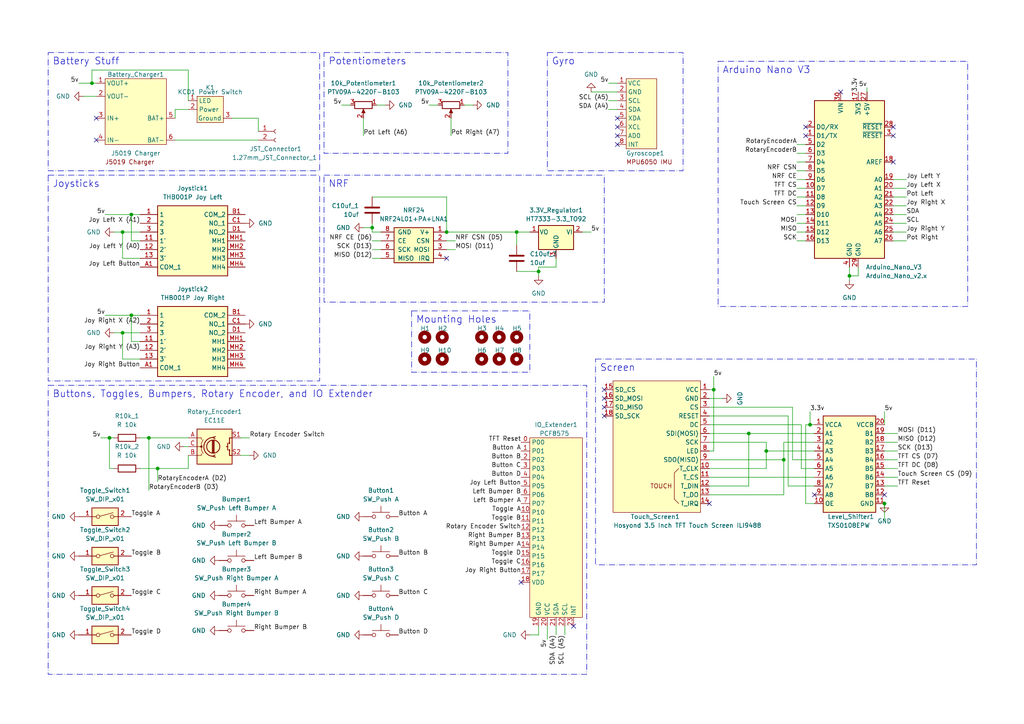
<source format=kicad_sch>
(kicad_sch (version 20230121) (generator eeschema)
  (paper "A4")
  (title_block (title "Arduino Nano Powered RC Transmitter") (company "Aecert Robotics ") (comment 1 "Gyroscope, 3.5 Inch Touchscreen, Rechargable Battery.") (comment 2 "2 Joysticks, 4 Buttons, 4 Bumpers, 4 Toggle Switches, Rotary Encoder, 2 Potentiometers,") (comment 3 "Features:"))
  (lib_symbols
    (symbol "Connector:Conn_01x02_Socket" (pin_names (offset 1.016) hide)
      (property "Reference" "J" (at 0 2.54 0))
      (property "Value" "Conn_01x02_Socket" (at 0 -5.08 0))
      (symbol "Conn_01x02_Socket_1_1"
        (arc (start 0 -2.032) (mid -0.5058 -2.54) (end 0 -3.048) (stroke (width 0.1524)))
        (polyline (pts (xy -1.27 -2.54) (xy -0.508 -2.54)) (stroke (width 0.1524)))
        (polyline (pts (xy -1.27 0) (xy -0.508 0)) (stroke (width 0.1524)))
        (arc (start 0 0.508) (mid -0.5058 0) (end 0 -0.508) (stroke (width 0.1524)))
        (pin passive line (at -5.08 0 0) (length 3.81) (name "Pin_1") (number "1"))
        (pin passive line (at -5.08 -2.54 0) (length 3.81) (name "Pin_2") (number "2"))
      )
    )
    (symbol "Connector_Generic:Conn_02x04_Counter_Clockwise" (pin_names (offset 1.016))
      (property "Reference" "N1" (at 4.445 8.89 0))
      (property "Value" "NRF24L01" (at 4.445 6.35 0))
      (symbol "Conn_02x04_Counter_Clockwise_1_1"
        (rectangle (start -1.27 3.81) (end 10.16 -6.35) (stroke (width 0.254)) (fill (type background)))
        (pin power_in line (at -5.08 2.54 0) (length 3.81) (name "V+") (number "1"))
        (pin input line (at -5.08 0 0) (length 3.81) (name "CSN") (number "2"))
        (pin input line (at -5.08 -2.54 0) (length 3.81) (name "MOSI") (number "3"))
        (pin input line (at -5.08 -5.08 0) (length 3.81) (name "IRQ") (number "4"))
        (pin input line (at 13.97 -5.08 180) (length 3.81) (name "MISO") (number "5"))
        (pin input line (at 13.97 -2.54 180) (length 3.81) (name "SCK") (number "6"))
        (pin input line (at 13.97 0 180) (length 3.81) (name "CE") (number "7"))
        (pin power_out line (at 13.97 2.54 180) (length 3.81) (name "GND") (number "8"))
      )
    )
    (symbol "Device:C" (pin_numbers hide) (pin_names (offset 0.254))
      (property "Reference" "C" (at 0.635 2.54 0))
      (property "Value" "C" (at 0.635 -2.54 0))
      (symbol "C_0_1"
        (polyline (pts (xy -2.032 -0.762) (xy 2.032 -0.762)) (stroke (width 0.508)))
        (polyline (pts (xy -2.032 0.762) (xy 2.032 0.762)) (stroke (width 0.508)))
      )
      (symbol "C_1_1"
        (pin passive line (at 0 3.81 270) (length 2.794) (name "~") (number "1"))
        (pin passive line (at 0 -3.81 90) (length 2.794) (name "~") (number "2"))
      )
    )
    (symbol "Device:R" (pin_numbers hide) (pin_names (offset 0))
      (property "Reference" "R" (at 2.032 0 90))
      (property "Value" "R" (at 0 0 90))
      (symbol "R_0_1"
        (rectangle (start -1.016 -2.54) (end 1.016 2.54) (stroke (width 0.254)))
      )
      (symbol "R_1_1"
        (pin passive line (at 0 3.81 270) (length 1.27) (name "~") (number "1"))
        (pin passive line (at 0 -3.81 90) (length 1.27) (name "~") (number "2"))
      )
    )
    (symbol "Device:R_Potentiometer" (pin_names (offset 1.016) hide)
      (property "Reference" "RV" (at -4.445 0 90))
      (property "Value" "R_Potentiometer" (at -2.54 0 90))
      (symbol "R_Potentiometer_0_1"
        (polyline (pts (xy 2.54 0) (xy 1.524 0)))
        (polyline (pts (xy 1.143 0) (xy 2.286 0.508) (xy 2.286 -0.508) (xy 1.143 0)) (fill (type outline)))
        (rectangle (start 1.016 2.54) (end -1.016 -2.54) (stroke (width 0.254)))
      )
      (symbol "R_Potentiometer_1_1"
        (pin passive line (at 0 3.81 270) (length 1.27) (name "1") (number "1"))
        (pin passive line (at 3.81 0 180) (length 1.27) (name "2") (number "2"))
        (pin passive line (at 0 -3.81 90) (length 1.27) (name "3") (number "3"))
      )
    )
    (symbol "Device:RotaryEncoder_Switch" (pin_names (offset 0.254) hide)
      (property "Reference" "SW" (at 0 6.604 0))
      (property "Value" "RotaryEncoder_Switch" (at 0 -6.604 0))
      (symbol "RotaryEncoder_Switch_0_1"
        (rectangle (start -5.08 5.08) (end 5.08 -5.08) (stroke (width 0.254)) (fill (type background)))
        (circle (center -3.81 0) (radius 0.254) (fill (type outline)))
        (circle (center -0.381 0) (radius 1.905) (stroke (width 0.254)))
        (arc (start -0.381 2.667) (mid -3.0988 -0.0635) (end -0.381 -2.794) (stroke (width 0.254)))
        (polyline (pts (xy -0.635 -1.778) (xy -0.635 1.778)) (stroke (width 0.254)))
        (polyline (pts (xy -0.381 -1.778) (xy -0.381 1.778)) (stroke (width 0.254)))
        (polyline (pts (xy -0.127 1.778) (xy -0.127 -1.778)) (stroke (width 0.254)))
        (polyline (pts (xy 3.81 0) (xy 3.429 0)) (stroke (width 0.254)))
        (polyline (pts (xy 3.81 1.016) (xy 3.81 -1.016)) (stroke (width 0.254)))
        (polyline (pts (xy -5.08 -2.54) (xy -3.81 -2.54) (xy -3.81 -2.032)))
        (polyline (pts (xy -5.08 2.54) (xy -3.81 2.54) (xy -3.81 2.032)))
        (polyline (pts (xy 0.254 -3.048) (xy -0.508 -2.794) (xy 0.127 -2.413)) (stroke (width 0.254)))
        (polyline (pts (xy 0.254 2.921) (xy -0.508 2.667) (xy 0.127 2.286)) (stroke (width 0.254)))
        (polyline (pts (xy 5.08 -2.54) (xy 4.318 -2.54) (xy 4.318 -1.016)) (stroke (width 0.254)))
        (polyline (pts (xy 5.08 2.54) (xy 4.318 2.54) (xy 4.318 1.016)) (stroke (width 0.254)))
        (polyline (pts (xy -5.08 0) (xy -3.81 0) (xy -3.81 -1.016) (xy -3.302 -2.032)))
        (polyline (pts (xy -4.318 0) (xy -3.81 0) (xy -3.81 1.016) (xy -3.302 2.032)))
        (circle (center 4.318 -1.016) (radius 0.127) (stroke (width 0.254)))
        (circle (center 4.318 1.016) (radius 0.127) (stroke (width 0.254)))
      )
      (symbol "RotaryEncoder_Switch_1_1"
        (pin passive line (at -7.62 2.54 0) (length 2.54) (name "A") (number "A"))
        (pin passive line (at -7.62 -2.54 0) (length 2.54) (name "B") (number "B"))
        (pin passive line (at -7.62 0 0) (length 2.54) (name "C") (number "C"))
        (pin passive line (at 7.62 2.54 180) (length 2.54) (name "S1") (number "S1"))
        (pin passive line (at 7.62 -2.54 180) (length 2.54) (name "S2") (number "S2"))
      )
    )
    (symbol "Logic_LevelTranslator:TXS0108EPW"
      (property "Reference" "U3" (at -7.62 -25.4 0))
      (property "Value" "Level Shifter TXS0108EPW" (at -7.62 -27.94 0))
      (symbol "TXS0108EPW_0_1"
        (rectangle (start -7.62 12.7) (end 7.62 -15.24) (stroke (width 0.254)) (fill (type background)))
      )
      (symbol "TXS0108EPW_1_1"
        (pin power_in line (at -10.16 10.16 0) (length 2.54) (name "VCCA") (number "1"))
        (pin input line (at -10.16 -12.7 0) (length 2.54) (name "OE") (number "10"))
        (pin power_in line (at 10.16 -12.7 180) (length 2.54) (name "GND") (number "11"))
        (pin bidirectional line (at 10.16 -10.16 180) (length 2.54) (name "B8") (number "12"))
        (pin bidirectional line (at 10.16 -7.62 180) (length 2.54) (name "B7") (number "13"))
        (pin bidirectional line (at 10.16 -5.08 180) (length 2.54) (name "B6") (number "14"))
        (pin bidirectional line (at 10.16 -2.54 180) (length 2.54) (name "B5") (number "15"))
        (pin bidirectional line (at 10.16 0 180) (length 2.54) (name "B4") (number "16"))
        (pin bidirectional line (at 10.16 2.54 180) (length 2.54) (name "B3") (number "17"))
        (pin bidirectional line (at 10.16 5.08 180) (length 2.54) (name "B2") (number "18"))
        (pin bidirectional line (at 10.16 7.62 180) (length 2.54) (name "B1") (number "19"))
        (pin bidirectional line (at -10.16 7.62 0) (length 2.54) (name "A1") (number "2"))
        (pin power_in line (at 10.16 10.16 180) (length 2.54) (name "VCCB") (number "20"))
        (pin bidirectional line (at -10.16 5.08 0) (length 2.54) (name "A2") (number "3"))
        (pin bidirectional line (at -10.16 2.54 0) (length 2.54) (name "A3") (number "4"))
        (pin bidirectional line (at -10.16 0 0) (length 2.54) (name "A4") (number "5"))
        (pin bidirectional line (at -10.16 -2.54 0) (length 2.54) (name "A5") (number "6"))
        (pin bidirectional line (at -10.16 -5.08 0) (length 2.54) (name "A6") (number "7"))
        (pin bidirectional line (at -10.16 -7.62 0) (length 2.54) (name "A7") (number "8"))
        (pin bidirectional line (at -10.16 -10.16 0) (length 2.54) (name "A8") (number "9"))
      )
    )
    (symbol "MCU_Module:Arduino_Nano_v2.x"
      (property "Reference" "A1" (at 4.7341 -25.4 0))
      (property "Value" "Arduino_Nano_v2.x" (at 4.7341 -27.94 0))
      (symbol "Arduino_Nano_v2.x_0_1"
        (rectangle (start -10.16 22.86) (end 10.16 -22.86) (stroke (width 0.254)) (fill (type background)))
      )
      (symbol "Arduino_Nano_v2.x_1_1"
        (pin bidirectional line (at -12.7 12.7 0) (length 2.54) (name "D1/TX") (number "1"))
        (pin bidirectional line (at -12.7 -2.54 0) (length 2.54) (name "D7") (number "10"))
        (pin bidirectional line (at -12.7 -5.08 0) (length 2.54) (name "D8") (number "11"))
        (pin bidirectional line (at -12.7 -7.62 0) (length 2.54) (name "D9") (number "12"))
        (pin bidirectional line (at -12.7 -10.16 0) (length 2.54) (name "D10") (number "13"))
        (pin bidirectional line (at -12.7 -12.7 0) (length 2.54) (name "D11") (number "14"))
        (pin bidirectional line (at -12.7 -15.24 0) (length 2.54) (name "D12") (number "15"))
        (pin bidirectional line (at -12.7 -17.78 0) (length 2.54) (name "D13") (number "16"))
        (pin power_out line (at 2.54 25.4 270) (length 2.54) (name "3V3") (number "17"))
        (pin input line (at 12.7 5.08 180) (length 2.54) (name "AREF") (number "18"))
        (pin bidirectional line (at 12.7 0 180) (length 2.54) (name "A0") (number "19"))
        (pin bidirectional line (at -12.7 15.24 0) (length 2.54) (name "D0/RX") (number "2"))
        (pin bidirectional line (at 12.7 -2.54 180) (length 2.54) (name "A1") (number "20"))
        (pin bidirectional line (at 12.7 -5.08 180) (length 2.54) (name "A2") (number "21"))
        (pin bidirectional line (at 12.7 -7.62 180) (length 2.54) (name "A3") (number "22"))
        (pin bidirectional line (at 12.7 -10.16 180) (length 2.54) (name "A4") (number "23"))
        (pin bidirectional line (at 12.7 -12.7 180) (length 2.54) (name "A5") (number "24"))
        (pin bidirectional line (at 12.7 -15.24 180) (length 2.54) (name "A6") (number "25"))
        (pin bidirectional line (at 12.7 -17.78 180) (length 2.54) (name "A7") (number "26"))
        (pin power_in line (at 5.08 25.4 270) (length 2.54) (name "+5V") (number "27"))
        (pin input line (at 12.7 15.24 180) (length 2.54) (name "~{RESET}") (number "28"))
        (pin power_in line (at 2.54 -25.4 90) (length 2.54) (name "GND") (number "29"))
        (pin input line (at 12.7 12.7 180) (length 2.54) (name "~{RESET}") (number "3"))
        (pin power_in line (at -2.54 25.4 270) (length 2.54) (name "VIN") (number "30"))
        (pin power_in line (at 0 -25.4 90) (length 2.54) (name "GND") (number "4"))
        (pin bidirectional line (at -12.7 10.16 0) (length 2.54) (name "D2") (number "5"))
        (pin bidirectional line (at -12.7 7.62 0) (length 2.54) (name "D3") (number "6"))
        (pin bidirectional line (at -12.7 5.08 0) (length 2.54) (name "D4") (number "7"))
        (pin bidirectional line (at -12.7 2.54 0) (length 2.54) (name "D5") (number "8"))
        (pin bidirectional line (at -12.7 0 0) (length 2.54) (name "D6") (number "9"))
      )
    )
    (symbol "Mechanical:MountingHole" (pin_names (offset 1.016))
      (property "Reference" "H" (at 0 5.08 0))
      (property "Value" "MountingHole" (at 0 3.175 0))
      (symbol "MountingHole_0_1"
        (circle (center 0 0) (radius 1.27) (stroke (width 1.27)))
      )
    )
    (symbol "Modules:2.8inch_SPI_Module_ILI9341"
      (property "Reference" "ILI9488_1" (at -7.62 -20.32 0))
      (property "Value" "Screen ILI9488" (at 0 0 0))
      (symbol "2.8inch_SPI_Module_ILI9341_1_1"
        (rectangle (start -7.62 20.32) (end 17.78 -17.78) (fill (type background)))
        (polyline (pts (xy 11.43 -15.24) (xy 10.16 -13.97) (xy 10.16 -6.35) (xy 11.43 -5.08)))
        (text "TOUCH" (at 6.35 -10.16 0) (effects (font (size 1.27 1.27))))
        (pin power_in line (at 20.32 17.78 180) (length 2.54) (name "VCC") (number "1"))
        (pin input line (at 20.32 -5.08 180) (length 2.54) (name "T_CLK") (number "10"))
        (pin input line (at 20.32 -7.62 180) (length 2.54) (name "T_CS") (number "11"))
        (pin input line (at 20.32 -10.16 180) (length 2.54) (name "T_DIN") (number "12"))
        (pin input line (at 20.32 -12.7 180) (length 2.54) (name "T_DO") (number "13"))
        (pin input line (at 20.32 -15.24 180) (length 2.54) (name "T_IRQ") (number "14"))
        (pin output line (at -10.16 17.78 0) (length 2.54) (name "SD_CS") (number "15"))
        (pin output line (at -10.16 15.24 0) (length 2.54) (name "SD_MOSI") (number "16"))
        (pin output line (at -10.16 12.7 0) (length 2.54) (name "SD_MISO") (number "17"))
        (pin output line (at -10.16 10.16 0) (length 2.54) (name "SD_SCK") (number "18"))
        (pin power_in line (at 20.32 15.24 180) (length 2.54) (name "GND") (number "2"))
        (pin input line (at 20.32 12.7 180) (length 2.54) (name "CS") (number "3"))
        (pin input line (at 20.32 10.16 180) (length 2.54) (name "RESET") (number "4"))
        (pin input line (at 20.32 7.62 180) (length 2.54) (name "DC") (number "5"))
        (pin input line (at 20.32 5.08 180) (length 2.54) (name "SDI(MOSI)") (number "6"))
        (pin input line (at 20.32 2.54 180) (length 2.54) (name "SCK") (number "7"))
        (pin input line (at 20.32 0 180) (length 2.54) (name "LED") (number "8"))
        (pin input line (at 20.32 -2.54 180) (length 2.54) (name "SDO(MISO)") (number "9"))
      )
    )
    (symbol "Modules:J5019_Charger"
      (property "Reference" "J1" (at -10.16 1.27 0))
      (property "Value" "~" (at 0 0 0))
      (symbol "J5019_Charger_1_1"
        (rectangle (start -11.43 22.86) (end 6.35 3.81) (fill (type background)))
        (text "J5019 Charger" (at -11.43 -1.27 0) (effects (font (size 1.27 1.27)) (justify left)))
        (pin power_out line (at -13.97 21.59 0) (length 2.54) (name "VOUT+") (number "1"))
        (pin power_out line (at -13.97 17.78 0) (length 2.54) (name "VOUT-") (number "2"))
        (pin power_in line (at -13.97 11.43 0) (length 2.54) (name "IN+") (number "3"))
        (pin power_in line (at -13.97 5.08 0) (length 2.54) (name "IN-") (number "4"))
        (pin power_in line (at 8.89 11.43 180) (length 2.54) (name "BAT+") (number "5"))
        (pin power_in line (at 8.89 5.08 180) (length 2.54) (name "BAT-") (number "6"))
      )
    )
    (symbol "Modules:KCD1_3_Pin_Toggle_Switch"
      (property "Reference" "K" (at 1.27 3.81 0))
      (symbol "KCD1_3_Pin_Toggle_Switch_1_1"
        (rectangle (start -2.54 2.54) (end 5.08 -5.08) (fill (type background)))
        (pin bidirectional line (at -5.08 1.27 0) (length 2.54) (name "LED") (number "1"))
        (pin power_in line (at -5.08 -1.27 0) (length 2.54) (name "Power") (number "2"))
        (pin power_in line (at 7.62 -3.81 180) (length 2.54) (name "Ground") (number "3"))
      )
    )
    (symbol "Modules:MPU6050_IMU"
      (property "Reference" "G1" (at -3.81 -10.16 0))
      (property "Value" "~" (at 0 0 0))
      (symbol "MPU6050_IMU_1_1"
        (rectangle (start -3.81 11.43) (end 5.08 -8.89) (fill (type background)))
        (text "MPU6050 IMU" (at -3.81 -12.7 0) (effects (font (size 1.27 1.27)) (justify left)))
        (pin power_in line (at -6.35 10.16 0) (length 2.54) (name "VCC") (number "1"))
        (pin power_in line (at -6.35 7.62 0) (length 2.54) (name "GND") (number "2"))
        (pin output line (at -6.35 5.08 0) (length 2.54) (name "SCL") (number "3"))
        (pin output line (at -6.35 2.54 0) (length 2.54) (name "SDA") (number "4"))
        (pin input line (at -6.35 0 0) (length 2.54) (name "XDA") (number "5"))
        (pin input line (at -6.35 -2.54 0) (length 2.54) (name "XCL") (number "6"))
        (pin input line (at -6.35 -5.08 0) (length 2.54) (name "AD0") (number "7"))
        (pin input line (at -6.35 -7.62 0) (length 2.54) (name "INT") (number "8"))
      )
    )
    (symbol "Modules:PCF8575_BO"
      (property "Reference" "P1" (at 0 34.29 0))
      (property "Value" "PCF8575 " (at 0 31.75 0))
      (symbol "PCF8575_BO_1_1"
        (rectangle (start -7.62 30.48) (end 7.62 -21.59) (fill (type background)))
        (pin bidirectional line (at -10.16 29.21 0) (length 2.54) (name "P00") (number "0"))
        (pin bidirectional line (at -10.16 26.67 0) (length 2.54) (name "P01") (number "1"))
        (pin bidirectional line (at -10.16 8.89 0) (length 2.54) (name "P10") (number "10"))
        (pin bidirectional line (at -10.16 6.35 0) (length 2.54) (name "P11") (number "11"))
        (pin bidirectional line (at -10.16 3.81 0) (length 2.54) (name "P12") (number "12"))
        (pin bidirectional line (at -10.16 1.27 0) (length 2.54) (name "P13") (number "13"))
        (pin bidirectional line (at -10.16 -1.27 0) (length 2.54) (name "P14") (number "14"))
        (pin bidirectional line (at -10.16 -3.81 0) (length 2.54) (name "P15") (number "15"))
        (pin bidirectional line (at -10.16 -6.35 0) (length 2.54) (name "P16") (number "16"))
        (pin bidirectional line (at -10.16 -8.89 0) (length 2.54) (name "P17") (number "17"))
        (pin power_out line (at -10.16 -11.43 0) (length 2.54) (name "VDD") (number "18"))
        (pin power_out line (at -5.08 -24.13 90) (length 2.54) (name "GND") (number "19"))
        (pin bidirectional line (at -10.16 24.13 0) (length 2.54) (name "P02") (number "2"))
        (pin power_in line (at -2.54 -24.13 90) (length 2.54) (name "VCC") (number "20"))
        (pin bidirectional line (at 0 -24.13 90) (length 2.54) (name "SDA") (number "21"))
        (pin bidirectional line (at 2.54 -24.13 90) (length 2.54) (name "SCL") (number "22"))
        (pin bidirectional line (at 5.08 -24.13 90) (length 2.54) (name "INT") (number "23"))
        (pin bidirectional line (at -10.16 21.59 0) (length 2.54) (name "P03") (number "3"))
        (pin bidirectional line (at -10.16 19.05 0) (length 2.54) (name "P04") (number "4"))
        (pin bidirectional line (at -10.16 16.51 0) (length 2.54) (name "P05") (number "5"))
        (pin bidirectional line (at -10.16 13.97 0) (length 2.54) (name "P06") (number "6"))
        (pin bidirectional line (at -10.16 11.43 0) (length 2.54) (name "P07") (number "7"))
      )
    )
    (symbol "Regulator_Linear:LM2936-3.3_TO92" (pin_names (offset 0.254))
      (property "Reference" "HT7333-A_1" (at 0 6.35 0))
      (property "Value" "HT7333-3.3_TO92" (at 0 3.81 0))
      (symbol "LM2936-3.3_TO92_0_1"
        (rectangle (start -5.08 -5.08) (end 5.08 1.905) (stroke (width 0.254)) (fill (type background)))
      )
      (symbol "LM2936-3.3_TO92_1_1"
        (pin power_out line (at 7.62 0 180) (length 2.54) (name "VO") (number "1"))
        (pin power_in line (at -7.62 0 0) (length 2.54) (name "VI") (number "2"))
        (pin power_in line (at 0 -7.62 90) (length 2.54) (name "GND") (number "3"))
      )
    )
    (symbol "Switch:SW_DIP_x01" (pin_names (offset 0) hide)
      (property "Reference" "SW" (at 0 3.81 0))
      (property "Value" "SW_DIP_x01" (at 0 -3.81 0))
      (symbol "SW_DIP_x01_0_0"
        (circle (center -2.032 0) (radius 0.508))
        (polyline (pts (xy -1.524 0.127) (xy 2.3622 1.1684)))
        (circle (center 2.032 0) (radius 0.508))
      )
      (symbol "SW_DIP_x01_0_1"
        (rectangle (start -3.81 2.54) (end 3.81 -2.54) (stroke (width 0.254)) (fill (type background)))
      )
      (symbol "SW_DIP_x01_1_1"
        (pin passive line (at -7.62 0 0) (length 5.08) (name "~") (number "1"))
        (pin passive line (at 7.62 0 180) (length 5.08) (name "~") (number "2"))
      )
    )
    (symbol "Switch:SW_Push" (pin_numbers hide) (pin_names (offset 1.016) hide)
      (property "Reference" "SW" (at 1.27 2.54 0))
      (property "Value" "SW_Push" (at 0 -1.524 0))
      (symbol "SW_Push_0_1"
        (circle (center -2.032 0) (radius 0.508))
        (polyline (pts (xy 0 1.27) (xy 0 3.048)))
        (polyline (pts (xy 2.54 1.27) (xy -2.54 1.27)))
        (circle (center 2.032 0) (radius 0.508))
        (pin passive line (at -5.08 0 0) (length 2.54) (name "1") (number "1"))
        (pin passive line (at 5.08 0 180) (length 2.54) (name "2") (number "2"))
      )
    )
    (symbol "THB001P:THB001P"
      (property "Reference" "S" (at 26.67 7.62 0))
      (property "Value" "THB001P" (at 26.67 5.08 0))
      (symbol "THB001P_1_1"
        (rectangle (start 5.08 2.54) (end 25.4 -17.78) (stroke (width 0.254)) (fill (type background)))
        (pin passive line (at 0 0 0) (length 5.08) (name "1") (number "1"))
        (pin passive line (at 0 -7.62 0) (length 5.08) (name "1'") (number "11"))
        (pin passive line (at 0 -10.16 0) (length 5.08) (name "2'") (number "12"))
        (pin passive line (at 0 -12.7 0) (length 5.08) (name "3'") (number "13"))
        (pin passive line (at 0 -2.54 0) (length 5.08) (name "2") (number "2"))
        (pin passive line (at 0 -5.08 0) (length 5.08) (name "3") (number "3"))
        (pin passive line (at 0 -15.24 0) (length 5.08) (name "COM_1") (number "A1"))
        (pin passive line (at 30.48 0 180) (length 5.08) (name "COM_2") (number "B1"))
        (pin passive line (at 30.48 -2.54 180) (length 5.08) (name "NO_1") (number "C1"))
        (pin passive line (at 30.48 -5.08 180) (length 5.08) (name "NO_2") (number "D1"))
        (pin passive line (at 30.48 -7.62 180) (length 5.08) (name "MH1") (number "MH1"))
        (pin passive line (at 30.48 -10.16 180) (length 5.08) (name "MH2") (number "MH2"))
        (pin passive line (at 30.48 -12.7 180) (length 5.08) (name "MH3") (number "MH3"))
        (pin passive line (at 30.48 -15.24 180) (length 5.08) (name "MH4") (number "MH4"))
      )
    )
    (symbol "power:GND" (power) (pin_names (offset 0))
      (property "Value" "GND" (at 0 -3.81 0))
      (symbol "GND_0_1"
        (polyline (pts (xy 0 0) (xy 0 -1.27) (xy 1.27 -1.27) (xy 0 -2.54) (xy -1.27 -1.27) (xy 0 -1.27)))
      )
      (symbol "GND_1_1"
        (pin power_in line (at 0 0 270) (length 0) hide (name "GND") (number "1"))
      )
    )
  )
  (junction (at 222.25 130.81))
  (junction (at 149.86 67.31))
  (junction (at 31.75 127))
  (junction (at 35.56 67.31))
  (junction (at 256.54 146.05))
  (junction (at 246.38 80.01))
  (junction (at 207.01 113.03))
  (junction (at 45.72 135.89))
  (junction (at 156.21 78.74))
  (junction (at 38.1 62.23))
  (junction (at 217.17 125.73))
  (junction (at 26.67 24.13))
  (junction (at 43.18 127))
  (junction (at 107.95 66.04))
  (junction (at 129.54 67.31))
  (junction (at 35.56 96.52))
  (junction (at 227.33 133.35))
  (junction (at 234.95 123.19))
  (junction (at 38.1 91.44))
  (no_connect (at 27.94 34.29))
  (no_connect (at 256.54 143.51))
  (no_connect (at 151.13 168.91))
  (no_connect (at 27.94 40.64))
  (no_connect (at 259.08 39.37))
  (no_connect (at 179.07 34.29))
  (no_connect (at 233.68 36.83))
  (no_connect (at 243.84 26.67))
  (no_connect (at 233.68 39.37))
  (no_connect (at 205.74 146.05))
  (no_connect (at 259.08 46.99))
  (no_connect (at 179.07 39.37))
  (no_connect (at 179.07 41.91))
  (no_connect (at 259.08 36.83))
  (no_connect (at 166.37 181.61))
  (no_connect (at 175.26 113.03))
  (no_connect (at 175.26 115.57))
  (no_connect (at 236.22 143.51))
  (no_connect (at 129.54 74.93))
  (no_connect (at 175.26 120.65))
  (no_connect (at 175.26 118.11))
  (no_connect (at 179.07 36.83))
  (wire (pts (xy 231.14 64.77) (xy 233.68 64.77)))
  (wire (pts (xy 246.38 80.01) (xy 248.92 80.01)))
  (wire (pts (xy 54.61 31.75) (xy 50.8 31.75)))
  (wire (pts (xy 99.06 30.48) (xy 101.6 30.48)))
  (wire (pts (xy 38.1 91.44) (xy 38.1 99.06)))
  (wire (pts (xy 207.01 109.22) (xy 207.01 113.03)))
  (wire (pts (xy 227.33 128.27) (xy 236.22 128.27)))
  (wire (pts (xy 40.64 74.93) (xy 35.56 74.93)))
  (wire (pts (xy 129.54 67.31) (xy 149.86 67.31)))
  (wire (pts (xy 107.95 66.04) (xy 105.41 66.04)))
  (wire (pts (xy 67.31 34.29) (xy 74.93 34.29)))
  (wire (pts (xy 171.45 26.67) (xy 179.07 26.67)))
  (wire (pts (xy 156.21 78.74) (xy 156.21 77.47)))
  (wire (pts (xy 137.16 30.48) (xy 134.62 30.48)))
  (wire (pts (xy 107.95 64.77) (xy 107.95 66.04)))
  (wire (pts (xy 231.14 54.61) (xy 233.68 54.61)))
  (wire (pts (xy 231.14 59.69) (xy 233.68 59.69)))
  (wire (pts (xy 110.49 67.31) (xy 107.95 67.31)))
  (wire (pts (xy 30.48 62.23) (xy 38.1 62.23)))
  (wire (pts (xy 40.64 127) (xy 43.18 127)))
  (wire (pts (xy 74.93 40.64) (xy 50.8 40.64)))
  (wire (pts (xy 231.14 41.91) (xy 233.68 41.91)))
  (wire (pts (xy 248.92 77.47) (xy 248.92 80.01)))
  (wire (pts (xy 163.83 181.61) (xy 163.83 184.15)))
  (wire (pts (xy 27.94 27.94) (xy 24.13 27.94)))
  (wire (pts (xy 231.14 57.15) (xy 233.68 57.15)))
  (wire (pts (xy 40.64 99.06) (xy 38.1 99.06)))
  (wire (pts (xy 69.85 132.08) (xy 72.39 132.08)))
  (wire (pts (xy 260.35 133.35) (xy 256.54 133.35)))
  (wire (pts (xy 161.29 77.47) (xy 161.29 74.93)))
  (wire (pts (xy 29.21 127) (xy 31.75 127)))
  (wire (pts (xy 205.74 143.51) (xy 227.33 143.51)))
  (wire (pts (xy 262.89 69.85) (xy 259.08 69.85)))
  (wire (pts (xy 233.68 123.19) (xy 234.95 123.19)))
  (wire (pts (xy 38.1 91.44) (xy 40.64 91.44)))
  (wire (pts (xy 209.55 115.57) (xy 205.74 115.57)))
  (wire (pts (xy 229.87 118.11) (xy 205.74 118.11)))
  (wire (pts (xy 40.64 104.14) (xy 35.56 104.14)))
  (wire (pts (xy 234.95 119.38) (xy 234.95 123.19)))
  (wire (pts (xy 262.89 52.07) (xy 259.08 52.07)))
  (wire (pts (xy 232.41 135.89) (xy 236.22 135.89)))
  (wire (pts (xy 38.1 62.23) (xy 40.64 62.23)))
  (wire (pts (xy 205.74 138.43) (xy 236.22 138.43)))
  (wire (pts (xy 222.25 130.81) (xy 236.22 130.81)))
  (wire (pts (xy 227.33 133.35) (xy 227.33 128.27)))
  (wire (pts (xy 40.64 69.85) (xy 38.1 69.85)))
  (wire (pts (xy 234.95 123.19) (xy 236.22 123.19)))
  (wire (pts (xy 246.38 81.28) (xy 246.38 80.01)))
  (wire (pts (xy 231.14 69.85) (xy 233.68 69.85)))
  (wire (pts (xy 231.14 62.23) (xy 233.68 62.23)))
  (wire (pts (xy 176.53 31.75) (xy 179.07 31.75)))
  (wire (pts (xy 38.1 62.23) (xy 38.1 69.85)))
  (wire (pts (xy 43.18 142.24) (xy 43.18 127)))
  (wire (pts (xy 262.89 67.31) (xy 259.08 67.31)))
  (wire (pts (xy 231.14 52.07) (xy 233.68 52.07)))
  (wire (pts (xy 262.89 54.61) (xy 259.08 54.61)))
  (wire (pts (xy 176.53 29.21) (xy 179.07 29.21)))
  (wire (pts (xy 260.35 138.43) (xy 256.54 138.43)))
  (wire (pts (xy 35.56 67.31) (xy 40.64 67.31)))
  (wire (pts (xy 207.01 113.03) (xy 207.01 130.81)))
  (wire (pts (xy 205.74 135.89) (xy 222.25 135.89)))
  (wire (pts (xy 260.35 128.27) (xy 256.54 128.27)))
  (wire (pts (xy 22.86 24.13) (xy 26.67 24.13)))
  (wire (pts (xy 222.25 135.89) (xy 222.25 130.81)))
  (wire (pts (xy 256.54 119.38) (xy 256.54 123.19)))
  (wire (pts (xy 262.89 62.23) (xy 259.08 62.23)))
  (wire (pts (xy 124.46 30.48) (xy 127 30.48)))
  (wire (pts (xy 33.02 67.31) (xy 35.56 67.31)))
  (wire (pts (xy 158.75 181.61) (xy 158.75 185.42)))
  (wire (pts (xy 260.35 135.89) (xy 256.54 135.89)))
  (wire (pts (xy 30.48 91.44) (xy 38.1 91.44)))
  (wire (pts (xy 205.74 133.35) (xy 227.33 133.35)))
  (wire (pts (xy 176.53 24.13) (xy 179.07 24.13)))
  (wire (pts (xy 35.56 67.31) (xy 35.56 74.93)))
  (wire (pts (xy 229.87 133.35) (xy 229.87 118.11)))
  (wire (pts (xy 256.54 146.05) (xy 256.54 151.13)))
  (wire (pts (xy 149.86 67.31) (xy 149.86 71.12)))
  (wire (pts (xy 43.18 127) (xy 54.61 127)))
  (wire (pts (xy 26.67 24.13) (xy 27.94 24.13)))
  (wire (pts (xy 231.14 49.53) (xy 233.68 49.53)))
  (wire (pts (xy 53.34 129.54) (xy 54.61 129.54)))
  (wire (pts (xy 35.56 96.52) (xy 35.56 104.14)))
  (wire (pts (xy 231.14 44.45) (xy 233.68 44.45)))
  (wire (pts (xy 156.21 184.15) (xy 156.21 181.61)))
  (wire (pts (xy 26.67 20.32) (xy 26.67 24.13)))
  (wire (pts (xy 105.41 39.37) (xy 105.41 34.29)))
  (wire (pts (xy 161.29 181.61) (xy 161.29 184.15)))
  (wire (pts (xy 228.6 140.97) (xy 236.22 140.97)))
  (wire (pts (xy 45.72 135.89) (xy 45.72 139.7)))
  (wire (pts (xy 35.56 96.52) (xy 40.64 96.52)))
  (wire (pts (xy 205.74 140.97) (xy 217.17 140.97)))
  (wire (pts (xy 132.08 69.85) (xy 129.54 69.85)))
  (wire (pts (xy 72.39 127) (xy 69.85 127)))
  (wire (pts (xy 107.95 72.39) (xy 110.49 72.39)))
  (wire (pts (xy 50.8 31.75) (xy 50.8 34.29)))
  (wire (pts (xy 207.01 130.81) (xy 205.74 130.81)))
  (wire (pts (xy 33.02 96.52) (xy 35.56 96.52)))
  (wire (pts (xy 262.89 59.69) (xy 259.08 59.69)))
  (wire (pts (xy 171.45 67.31) (xy 168.91 67.31)))
  (wire (pts (xy 161.29 77.47) (xy 156.21 77.47)))
  (wire (pts (xy 260.35 130.81) (xy 256.54 130.81)))
  (wire (pts (xy 262.89 57.15) (xy 259.08 57.15)))
  (wire (pts (xy 54.61 29.21) (xy 54.61 20.32)))
  (wire (pts (xy 130.81 39.37) (xy 130.81 34.29)))
  (wire (pts (xy 45.72 135.89) (xy 54.61 135.89)))
  (wire (pts (xy 236.22 146.05) (xy 233.68 146.05)))
  (wire (pts (xy 54.61 132.08) (xy 54.61 135.89)))
  (wire (pts (xy 233.68 146.05) (xy 233.68 123.19)))
  (wire (pts (xy 54.61 20.32) (xy 26.67 20.32)))
  (wire (pts (xy 129.54 57.15) (xy 107.95 57.15)))
  (wire (pts (xy 205.74 128.27) (xy 222.25 128.27)))
  (wire (pts (xy 31.75 135.89) (xy 33.02 135.89)))
  (wire (pts (xy 217.17 125.73) (xy 205.74 125.73)))
  (wire (pts (xy 132.08 72.39) (xy 129.54 72.39)))
  (wire (pts (xy 222.25 128.27) (xy 222.25 130.81)))
  (wire (pts (xy 153.67 67.31) (xy 149.86 67.31)))
  (wire (pts (xy 232.41 123.19) (xy 232.41 135.89)))
  (wire (pts (xy 231.14 46.99) (xy 233.68 46.99)))
  (wire (pts (xy 107.95 74.93) (xy 110.49 74.93)))
  (wire (pts (xy 236.22 133.35) (xy 229.87 133.35)))
  (wire (pts (xy 231.14 67.31) (xy 233.68 67.31)))
  (wire (pts (xy 107.95 66.04) (xy 107.95 67.31)))
  (wire (pts (xy 205.74 123.19) (xy 232.41 123.19)))
  (wire (pts (xy 227.33 143.51) (xy 227.33 133.35)))
  (wire (pts (xy 74.93 34.29) (xy 74.93 38.1)))
  (wire (pts (xy 40.64 135.89) (xy 45.72 135.89)))
  (wire (pts (xy 228.6 120.65) (xy 228.6 140.97)))
  (wire (pts (xy 149.86 78.74) (xy 156.21 78.74)))
  (wire (pts (xy 205.74 120.65) (xy 228.6 120.65)))
  (wire (pts (xy 205.74 113.03) (xy 207.01 113.03)))
  (wire (pts (xy 262.89 64.77) (xy 259.08 64.77)))
  (wire (pts (xy 260.35 140.97) (xy 256.54 140.97)))
  (wire (pts (xy 153.67 184.15) (xy 156.21 184.15)))
  (wire (pts (xy 246.38 80.01) (xy 246.38 77.47)))
  (wire (pts (xy 251.46 25.4) (xy 251.46 26.67)))
  (wire (pts (xy 31.75 127) (xy 33.02 127)))
  (wire (pts (xy 260.35 125.73) (xy 256.54 125.73)))
  (wire (pts (xy 31.75 135.89) (xy 31.75 127)))
  (wire (pts (xy 111.76 30.48) (xy 109.22 30.48)))
  (wire (pts (xy 156.21 80.01) (xy 156.21 78.74)))
  (wire (pts (xy 129.54 57.15) (xy 129.54 67.31)))
  (wire (pts (xy 107.95 69.85) (xy 110.49 69.85)))
  (wire (pts (xy 236.22 125.73) (xy 217.17 125.73)))
  (wire (pts (xy 217.17 140.97) (xy 217.17 125.73)))
  (rectangle (start 13.97 50.8) (end 92.71 110.49) (stroke (width 0) (type dash_dot)))
  (rectangle (start 158.75 15.24) (end 198.12 49.53) (stroke (width 0) (type dash_dot)))
  (rectangle (start 119.38 90.17) (end 153.67 107.95) (stroke (width 0) (type dash_dot)))
  (rectangle (start 93.98 50.8) (end 175.26 87.63) (stroke (width 0) (type dash_dot)))
  (rectangle (start 13.97 15.24) (end 92.71 49.53) (stroke (width 0) (type dash_dot)))
  (rectangle (start 93.98 15.24) (end 147.32 44.45) (stroke (width 0) (type dash_dot)))
  (rectangle (start 13.97 111.76) (end 170.18 195.58) (stroke (width 0) (type dash_dot)))
  (rectangle (start 172.72 104.14) (end 283.21 163.83) (stroke (width 0) (type dash_dot)))
  (rectangle (start 208.28 17.78) (end 280.67 88.9) (stroke (width 0) (type dash_dot)))
  (text "Screen" (at 173.99 107.95 0) (effects (font (size 2 2)) (justify left bottom)))
  (text "NRF\n" (at 95.25 54.61 0) (effects (font (size 2 2)) (justify left bottom)))
  (text "Buttons, Toggles, Bumpers, Rotary Encoder, and IO Extender\n" (at 15.24 115.57 0) (effects (font (size 2 2)) (justify left bottom)))
  (text "Gyro" (at 160.02 19.05 0) (effects (font (size 2 2)) (justify left bottom)))
  (text "Potentiometers" (at 95.25 19.05 0) (effects (font (size 2 2)) (justify left bottom)))
  (text "Mounting Holes" (at 120.65 93.98 0) (effects (font (size 2 2)) (justify left bottom)))
  (text "Battery Stuff" (at 15.24 19.05 0) (effects (font (size 2 2)) (justify left bottom)))
  (text "Joysticks" (at 15.24 54.61 0) (effects (font (size 2 2)) (justify left bottom)))
  (text "Arduino Nano V3" (at 209.55 21.59 0) (effects (font (size 2 2)) (justify left bottom)))
  (label "RotaryEncoderA" (at 231.14 41.91 180))
  (label "Joy Left Y (A0)" (at 40.64 72.39 180))
  (label "TFT Reset" (at 260.35 140.97 0))
  (label "5v" (at 30.48 91.44 180))
  (label "Toggle D" (at 38.1 184.15 0))
  (label "MISO" (at 231.14 67.31 180))
  (label "3.3v" (at 234.95 119.38 0))
  (label "5v" (at 22.86 24.13 180))
  (label "SCL (A5)" (at 176.53 29.21 180))
  (label "TFT CS (D7)" (at 260.35 133.35 0))
  (label "Button D" (at 115.57 184.15 0))
  (label "SDA (A4)" (at 176.53 31.75 180))
  (label "Joy Left Button" (at 151.13 140.97 180))
  (label "NRF CSN" (at 231.14 49.53 180))
  (label "Button A" (at 115.57 149.86 0))
  (label "Button C" (at 151.13 135.89 180))
  (label "Touch Screen CS" (at 231.14 59.69 180))
  (label "Joy Right Y" (at 262.89 67.31 0))
  (label "RotaryEncoderA (D2)" (at 45.72 139.7 0))
  (label "Rotary Encoder Switch" (at 72.39 127 0))
  (label "MOSI (D11)" (at 132.08 72.39 0))
  (label "Toggle A" (at 38.1 149.86 0))
  (label "Right Bumper B" (at 151.13 156.21 180))
  (label "NRF CE" (at 231.14 52.07 180))
  (label "5v" (at 99.06 30.48 180))
  (label "MISO (D12)" (at 107.95 74.93 180))
  (label "Joy Right Y (A3)" (at 40.64 101.6 180))
  (label "5v" (at 176.53 24.13 180))
  (label "NRF CE (D6)" (at 107.95 69.85 180))
  (label "Button B" (at 115.57 161.29 0))
  (label "5v" (at 251.46 25.4 180))
  (label "Joy Left Button" (at 40.64 77.47 180))
  (label "Toggle B" (at 151.13 151.13 180))
  (label "Left Bumper A" (at 73.66 152.4 0))
  (label "MOSI (D11)" (at 260.35 125.73 0))
  (label "Toggle B" (at 38.1 161.29 0))
  (label "RotaryEncoderB" (at 231.14 44.45 180))
  (label "Right Bumper A" (at 151.13 158.75 180))
  (label "Left Bumper B" (at 73.66 162.56 0))
  (label "5v" (at 256.54 119.38 0))
  (label "5v" (at 207.01 109.22 0))
  (label "Touch Screen CS (D9)" (at 260.35 138.43 0))
  (label "SCL (A5)" (at 163.83 184.15 270))
  (label "Pot Right (A7)" (at 130.81 39.37 0))
  (label "SDA" (at 262.89 62.23 0))
  (label "Toggle D" (at 151.13 161.29 180))
  (label "5v" (at 124.46 30.48 180))
  (label "5v" (at 171.45 67.31 0))
  (label "Toggle C" (at 38.1 172.72 0))
  (label "5v" (at 158.75 185.42 270))
  (label "Joy Right Button" (at 40.64 106.68 180))
  (label "TFT DC" (at 231.14 57.15 180))
  (label "Button A" (at 151.13 130.81 180))
  (label "Right Bumper B" (at 73.66 182.88 0))
  (label "SCL" (at 262.89 64.77 0))
  (label "Joy Left X (A1)" (at 40.64 64.77 180))
  (label "5v" (at 30.48 62.23 180))
  (label "Rotary Encoder Switch" (at 151.13 153.67 180))
  (label "Button C" (at 115.57 172.72 0))
  (label "Button B" (at 151.13 133.35 180))
  (label "RotaryEncoderB (D3)" (at 43.18 142.24 0))
  (label "Left Bumper A" (at 151.13 146.05 180))
  (label "TFT CS" (at 231.14 54.61 180))
  (label "MISO (D12)" (at 260.35 128.27 0))
  (label "Joy Left Y" (at 262.89 52.07 0))
  (label "Joy Left X" (at 262.89 54.61 0))
  (label "MOSI" (at 231.14 64.77 180))
  (label "SDA (A4)" (at 161.29 184.15 270))
  (label "Left Bumper B" (at 151.13 143.51 180))
  (label "Pot Right" (at 262.89 69.85 0))
  (label "Pot Left (A6)" (at 105.41 39.37 0))
  (label "TFT DC (D8)" (at 260.35 135.89 0))
  (label "SCK" (at 231.14 69.85 180))
  (label "Joy Right X (A2)" (at 40.64 93.98 180))
  (label "SCK (D13)" (at 260.35 130.81 0))
  (label "Joy Right X" (at 262.89 59.69 0))
  (label "Pot Left" (at 262.89 57.15 0))
  (label "NRF CSN (D5)" (at 132.08 69.85 0))
  (label "3.3v" (at 248.92 26.67 90))
  (label "Toggle A" (at 151.13 148.59 180))
  (label "Right Bumper A" (at 73.66 172.72 0))
  (label "SCK (D13)" (at 107.95 72.39 180))
  (label "5v" (at 29.21 127 180))
  (label "Joy Right Button" (at 151.13 166.37 180))
  (label "Toggle C" (at 151.13 163.83 180))
  (label "Button D" (at 151.13 138.43 180))
  (label "TFT Reset" (at 151.13 128.27 180))
  (symbol (lib_id "Mechanical:MountingHole") (at 149.86 104.14 0) (unit 1)
    (property "Reference" "H8" (at 148.59 101.6 0) (effects (justify left)))
    (property "Value" "MountingHole_Pad" (effects hide))
    (property "Footprint" "MountingHole:MountingHole_3.2mm_M3" (effects hide))
  )
  (symbol (lib_id "Modules:KCD1_3_Pin_Toggle_Switch") (at 59.69 30.48 0) (unit 1)
    (property "Reference" "K1" (at 60.96 25.4 0))
    (property "Value" "KCD1 Power Switch" (at 60.96 26.67 0))
    (property "Footprint" "AddedFootprints:KCD1 Mini Rocker Switch" (effects hide))
  )
  (symbol (lib_id "Switch:SW_Push") (at 68.58 182.88 0) (unit 1)
    (property "Reference" "Bumper4" (at 68.58 175.26 0))
    (property "Value" "SW_Push Right Bumper B" (at 68.58 177.8 0))
    (property "Footprint" "Connector_PinHeader_2.00mm:PinHeader_1x02_P2.00mm_Vertical" (effects hide))
  )
  (symbol (lib_id "Switch:SW_Push") (at 68.58 162.56 0) (unit 1)
    (property "Reference" "Bumper2" (at 68.58 154.94 0))
    (property "Value" "SW_Push Left Bumper B" (at 68.58 157.48 0))
    (property "Footprint" "Connector_PinHeader_2.00mm:PinHeader_1x02_P2.00mm_Vertical" (effects hide))
  )
  (symbol (lib_id "Device:R_Potentiometer") (at 105.41 30.48 270) (unit 1)
    (property "Reference" "10k_Potentiometer1" (at 105.41 24.13 90))
    (property "Value" "PTV09A-4220F-B103" (at 105.41 26.67 90))
    (property "Footprint" "Potentiometer_THT:Potentiometer_Bourns_PTV09A-1_Single_Vertical" (effects hide))
  )
  (symbol (lib_id "Switch:SW_Push") (at 110.49 172.72 0) (unit 1)
    (property "Reference" "Button3" (at 110.49 165.1 0))
    (property "Value" "SW_Push C" (at 110.49 167.64 0))
    (property "Footprint" "Button_Switch_THT:SW_PUSH_6mm" (effects hide))
  )
  (symbol (lib_id "Switch:SW_Push") (at 110.49 184.15 0) (unit 1)
    (property "Reference" "Button4" (at 110.49 176.53 0))
    (property "Value" "SW_Push D" (at 110.49 179.07 0))
    (property "Footprint" "Button_Switch_THT:SW_PUSH_6mm" (effects hide))
  )
  (symbol (lib_id "Mechanical:MountingHole") (at 144.78 104.14 0) (unit 1)
    (property "Reference" "H7" (at 143.51 101.6 0) (effects (justify left)))
    (property "Value" "MountingHole_Pad" (effects hide))
    (property "Footprint" "MountingHole:MountingHole_3.2mm_M3" (effects hide))
  )
  (symbol (lib_id "Switch:SW_DIP_x01") (at 30.48 184.15 0) (unit 1)
    (property "Reference" "Toggle_Switch4" (at 30.48 176.53 0))
    (property "Value" "SW_DIP_x01" (at 30.48 179.07 0))
    (property "Footprint" "AddedFootprints:SPST Mini Toggle Switch 2 Pin 2 Position" (effects hide))
  )
  (symbol (lib_id "power:GND") (at 22.86 161.29 270) (unit 1)
    (property "Reference" "#PWR024" (effects hide))
    (property "Value" "GND" (at 19.05 161.29 90) (effects (justify right)))
  )
  (symbol (lib_id "Modules:MPU6050_IMU") (at 185.42 34.29 0) (unit 1)
    (property "Reference" "Gyroscope1" (at 181.61 44.45 0) (effects (justify left)))
    (property "Value" "MPU6050 Gyroscope" (effects hide))
    (property "Footprint" "AddedFootprints:MPU6050 Gyroscope" (effects hide))
  )
  (symbol (lib_id "Device:R_Potentiometer") (at 130.81 30.48 270) (unit 1)
    (property "Reference" "10k_Potentiometer2" (at 130.81 24.13 90))
    (property "Value" "PTV09A-4220F-B103" (at 130.81 26.67 90))
    (property "Footprint" "Potentiometer_THT:Potentiometer_Bourns_PTV09A-1_Single_Vertical" (effects hide))
  )
  (symbol (lib_id "power:GND") (at 63.5 172.72 270) (unit 1)
    (property "Reference" "#PWR022" (effects hide))
    (property "Value" "GND" (at 59.69 172.72 90) (effects (justify right)))
  )
  (symbol (lib_id "Device:RotaryEncoder_Switch") (at 62.23 129.54 0) (unit 1)
    (property "Reference" "Rotary_Encoder1" (at 62.23 119.38 0))
    (property "Value" "EC11E" (at 62.23 121.92 0))
    (property "Footprint" "Rotary_Encoder:RotaryEncoder_Alps_EC11E-Switch_Vertical_H20mm" (effects hide))
  )
  (symbol (lib_id "Mechanical:MountingHole") (at 123.19 104.14 0) (unit 1)
    (property "Reference" "H9" (at 121.92 101.6 0) (effects (justify left)))
    (property "Value" "MountingHole_Pad" (effects hide))
    (property "Footprint" "MountingHole:MountingHole_2.2mm_M2" (effects hide))
  )
  (symbol (lib_id "power:GND") (at 105.41 149.86 270) (unit 1)
    (property "Reference" "#PWR011" (effects hide))
    (property "Value" "GND" (at 101.6 149.86 90) (effects (justify right)))
  )
  (symbol (lib_id "power:GND") (at 137.16 30.48 90) (unit 1)
    (property "Reference" "#PWR04" (effects hide))
    (property "Value" "GND" (at 140.97 30.48 90) (effects (justify right)))
  )
  (symbol (lib_id "power:GND") (at 22.86 172.72 270) (unit 1)
    (property "Reference" "#PWR025" (effects hide))
    (property "Value" "GND" (at 19.05 172.72 90) (effects (justify right)))
  )
  (symbol (lib_id "Mechanical:MountingHole") (at 128.27 97.79 0) (unit 1)
    (property "Reference" "H2" (at 127 95.25 0) (effects (justify left)))
    (property "Value" "MountingHole_Pad" (effects hide))
    (property "Footprint" "MountingHole:MountingHole_2.2mm_M2" (effects hide))
  )
  (symbol (lib_id "power:GND") (at 63.5 152.4 270) (unit 1)
    (property "Reference" "#PWR018" (effects hide))
    (property "Value" "GND" (at 59.69 152.4 90) (effects (justify right)))
  )
  (symbol (lib_id "Switch:SW_DIP_x01") (at 30.48 161.29 0) (unit 1)
    (property "Reference" "Toggle_Switch2" (at 30.48 153.67 0))
    (property "Value" "SW_DIP_x01" (at 30.48 156.21 0))
    (property "Footprint" "AddedFootprints:SPST Mini Toggle Switch 2 Pin 2 Position" (effects hide))
  )
  (symbol (lib_id "power:GND") (at 33.02 96.52 270) (mirror x) (unit 1)
    (property "Reference" "#PWR017" (effects hide))
    (property "Value" "GND" (at 29.21 96.52 90) (effects (justify right)))
  )
  (symbol (lib_id "power:GND") (at 105.41 172.72 270) (unit 1)
    (property "Reference" "#PWR027" (effects hide))
    (property "Value" "GND" (at 101.6 172.72 90) (effects (justify right)))
  )
  (symbol (lib_id "Device:C") (at 107.95 60.96 0) (mirror y) (unit 1)
    (property "Reference" "C10uf_1" (at 104.14 59.69 0) (effects (justify left)))
    (property "Value" "10uf" (at 104.14 62.23 0) (effects (justify left)))
    (property "Footprint" "Capacitor_THT:CP_Radial_D5.0mm_P2.50mm" (effects hide))
  )
  (symbol (lib_id "power:GND") (at 171.45 26.67 180) (unit 1)
    (property "Reference" "#PWR05" (effects hide))
    (property "Value" "GND" (at 171.45 21.59 0))
  )
  (symbol (lib_id "power:GND") (at 105.41 161.29 270) (unit 1)
    (property "Reference" "#PWR08" (effects hide))
    (property "Value" "GND" (at 101.6 161.29 90) (effects (justify right)))
  )
  (symbol (lib_id "power:GND") (at 33.02 67.31 270) (mirror x) (unit 1)
    (property "Reference" "#PWR09" (effects hide))
    (property "Value" "GND" (at 29.21 67.31 90) (effects (justify right)))
  )
  (symbol (lib_id "power:GND") (at 105.41 66.04 270) (mirror x) (unit 1)
    (property "Reference" "#PWR013" (effects hide))
    (property "Value" "GND" (at 101.6 66.04 90) (effects (justify right)))
  )
  (symbol (lib_id "power:GND") (at 22.86 149.86 270) (unit 1)
    (property "Reference" "#PWR023" (effects hide))
    (property "Value" "GND" (at 19.05 149.86 90) (effects (justify right)))
  )
  (symbol (lib_id "Mechanical:MountingHole") (at 128.27 104.14 0) (unit 1)
    (property "Reference" "H10" (at 127 101.6 0) (effects (justify left)))
    (property "Value" "MountingHole_Pad" (effects hide))
    (property "Footprint" "MountingHole:MountingHole_2.2mm_M2" (effects hide))
  )
  (symbol (lib_id "power:GND") (at 63.5 162.56 270) (unit 1)
    (property "Reference" "#PWR020" (effects hide))
    (property "Value" "GND" (at 59.69 162.56 90) (effects (justify right)))
  )
  (symbol (lib_id "Device:R") (at 36.83 135.89 90) (unit 1)
    (property "Reference" "R10k_2" (at 36.83 129.54 90))
    (property "Value" "R 10k" (at 36.83 132.08 90))
    (property "Footprint" "Resistor_THT:R_Axial_DIN0207_L6.3mm_D2.5mm_P7.62mm_Horizontal" (effects hide))
  )
  (symbol (lib_id "power:GND") (at 71.12 93.98 90) (mirror x) (unit 1)
    (property "Reference" "#PWR016" (effects hide))
    (property "Value" "GND" (at 74.93 93.98 90) (effects (justify right)))
  )
  (symbol (lib_id "Switch:SW_DIP_x01") (at 30.48 172.72 0) (unit 1)
    (property "Reference" "Toggle_Switch3" (at 30.48 165.1 0))
    (property "Value" "SW_DIP_x01" (at 30.48 167.64 0))
    (property "Footprint" "AddedFootprints:SPST Mini Toggle Switch 2 Pin 2 Position" (effects hide))
  )
  (symbol (lib_id "Mechanical:MountingHole") (at 149.86 97.79 0) (unit 1)
    (property "Reference" "H5" (at 148.59 95.25 0) (effects (justify left)))
    (property "Value" "MountingHole_Pad" (effects hide))
    (property "Footprint" "MountingHole:MountingHole_3.2mm_M3" (effects hide))
  )
  (symbol (lib_id "power:GND") (at 153.67 184.15 270) (mirror x) (unit 1)
    (property "Reference" "#PWR019" (effects hide))
    (property "Value" "GND" (at 149.86 184.15 90) (effects (justify right)))
  )
  (symbol (lib_id "power:GND") (at 246.38 81.28 0) (unit 1)
    (property "Reference" "#PWR02" (effects hide))
    (property "Value" "GND" (at 246.38 86.36 0))
  )
  (symbol (lib_id "Connector_Generic:Conn_02x04_Counter_Clockwise") (at 124.46 69.85 0) (mirror y) (unit 1)
    (property "Reference" "NRF24" (at 120.015 60.96 0))
    (property "Value" "NRF24L01+PA+LNA1" (at 120.015 63.5 0))
    (property "Footprint" "AddedFootprints:NRF24L01+ Antenna" (effects hide))
  )
  (symbol (lib_id "Device:R") (at 36.83 127 90) (unit 1)
    (property "Reference" "R10k_1" (at 36.83 120.65 90))
    (property "Value" "R 10k" (at 36.83 123.19 90))
    (property "Footprint" "Resistor_THT:R_Axial_DIN0207_L6.3mm_D2.5mm_P7.62mm_Horizontal" (effects hide))
  )
  (symbol (lib_id "Switch:SW_Push") (at 68.58 172.72 0) (unit 1)
    (property "Reference" "Bumper3" (at 68.58 165.1 0))
    (property "Value" "SW_Push Right Bumper A" (at 68.58 167.64 0))
    (property "Footprint" "Connector_PinHeader_2.00mm:PinHeader_1x02_P2.00mm_Vertical" (effects hide))
  )
  (symbol (lib_id "THB001P:THB001P") (at 40.64 62.23 0) (unit 1)
    (property "Reference" "Joystick1" (at 55.88 54.61 0))
    (property "Value" "THB001P Joy Left" (at 55.88 57.15 0))
    (property "Footprint" "THB001P" (effects hide))
    (property "Datasheet" "https://www.ckswitches.com/media/2873/thb.pdf" (effects hide))
    (property "Height" "19.85" (effects hide))
    (property "Mouser Part Number" "611-THB001P" (effects hide))
    (property "Mouser Price/Stock" "https://www.mouser.co.uk/ProductDetail/CK/THB001P?qs=OlC7AqGiEDlMaVQ%2FEBrivA%3D%3D" (effects hide))
    (property "Manufacturer_Name" "C & K COMPONENTS" (effects hide))
    (property "Manufacturer_Part_Number" "THB001P" (effects hide))
  )
  (symbol (lib_id "Mechanical:MountingHole") (at 144.78 97.79 0) (unit 1)
    (property "Reference" "H4" (at 143.51 95.25 0) (effects (justify left)))
    (property "Value" "MountingHole_Pad" (effects hide))
    (property "Footprint" "MountingHole:MountingHole_3.2mm_M3" (effects hide))
  )
  (symbol (lib_id "Mechanical:MountingHole") (at 139.7 104.14 0) (unit 1)
    (property "Reference" "H6" (at 138.43 101.6 0) (effects (justify left)))
    (property "Value" "MountingHole_Pad" (effects hide))
    (property "Footprint" "MountingHole:MountingHole_3.2mm_M3" (effects hide))
  )
  (symbol (lib_id "MCU_Module:Arduino_Nano_v2.x") (at 246.38 52.07 0) (unit 1)
    (property "Reference" "Arduino_Nano_V3" (at 251.1141 77.47 0) (effects (justify left)))
    (property "Value" "Arduino_Nano_v2.x" (at 251.1141 80.01 0) (effects (justify left)))
    (property "Footprint" "Module:Arduino_Nano" (effects hide))
    (property "Datasheet" "https://www.arduino.cc/en/uploads/Main/ArduinoNanoManual23.pdf" (effects hide))
  )
  (symbol (lib_id "power:GND") (at 53.34 129.54 270) (unit 1)
    (property "Reference" "#PWR07" (effects hide))
    (property "Value" "GND" (at 49.53 129.54 90) (effects (justify right)))
  )
  (symbol (lib_id "Switch:SW_Push") (at 110.49 161.29 0) (unit 1)
    (property "Reference" "Button2" (at 110.49 153.67 0))
    (property "Value" "SW_Push B" (at 110.49 156.21 0))
    (property "Footprint" "Button_Switch_THT:SW_PUSH_6mm" (effects hide))
  )
  (symbol (lib_id "power:GND") (at 22.86 184.15 270) (unit 1)
    (property "Reference" "#PWR026" (effects hide))
    (property "Value" "GND" (at 19.05 184.15 90) (effects (justify right)))
  )
  (symbol (lib_id "THB001P:THB001P") (at 40.64 91.44 0) (unit 1)
    (property "Reference" "Joystick2" (at 55.88 83.82 0))
    (property "Value" "THB001P Joy Right" (at 55.88 86.36 0))
    (property "Footprint" "THB001P" (effects hide))
    (property "Datasheet" "https://www.ckswitches.com/media/2873/thb.pdf" (effects hide))
    (property "Height" "19.85" (effects hide))
    (property "Mouser Part Number" "611-THB001P" (effects hide))
    (property "Mouser Price/Stock" "https://www.mouser.co.uk/ProductDetail/CK/THB001P?qs=OlC7AqGiEDlMaVQ%2FEBrivA%3D%3D" (effects hide))
    (property "Manufacturer_Name" "C & K COMPONENTS" (effects hide))
    (property "Manufacturer_Part_Number" "THB001P" (effects hide))
  )
  (symbol (lib_id "Mechanical:MountingHole") (at 139.7 97.79 0) (unit 1)
    (property "Reference" "H3" (at 138.43 95.25 0) (effects (justify left)))
    (property "Value" "MountingHole_Pad" (effects hide))
    (property "Footprint" "MountingHole:MountingHole_3.2mm_M3" (effects hide))
  )
  (symbol (lib_id "Modules:J5019_Charger") (at 41.91 45.72 0) (unit 1)
    (property "Reference" "Battery_Charger1" (at 39.37 21.59 0))
    (property "Value" "J5019 Charger" (at 39.37 44.45 0))
    (property "Footprint" "AddedFootprints:J5019 Charger" (effects hide))
  )
  (symbol (lib_id "power:GND") (at 156.21 80.01 0) (mirror y) (unit 1)
    (property "Reference" "#PWR012" (effects hide))
    (property "Value" "GND" (at 156.21 85.09 0))
  )
  (symbol (lib_id "power:GND") (at 256.54 146.05 0) (unit 1)
    (property "Reference" "#PWR015" (effects hide))
    (property "Value" "GND" (at 256.54 151.13 0))
  )
  (symbol (lib_id "power:GND") (at 72.39 132.08 90) (unit 1)
    (property "Reference" "#PWR06" (effects hide))
    (property "Value" "GND" (at 76.2 132.08 90) (effects (justify right)))
  )
  (symbol (lib_id "Regulator_Linear:LM2936-3.3_TO92") (at 161.29 67.31 0) (mirror y) (unit 1)
    (property "Reference" "3.3V_Regulator1" (at 161.29 60.96 0))
    (property "Value" "HT7333-3.3_TO92" (at 161.29 63.5 0))
    (property "Footprint" "Package_TO_SOT_THT:TO-92_Inline" (effects hide))
    (property "Datasheet" "http://www.ti.com/lit/ds/symlink/lm2936.pdf" (effects hide))
  )
  (symbol (lib_id "Modules:PCF8575_BO") (at 161.29 157.48 0) (unit 1)
    (property "Reference" "IO_Extender1" (at 161.29 123.19 0))
    (property "Value" "PCF8575 " (at 161.29 125.73 0))
    (property "Footprint" "AddedFootprints:PCF8575 Module" (effects hide))
  )
  (symbol (lib_id "Connector:Conn_01x02_Socket") (at 80.01 38.1 0) (unit 1)
    (property "Reference" "JST_Connector1" (at 72.39 43.18 0) (effects (justify left)))
    (property "Value" "1.27mm_JST_Connector_1" (at 67.31 45.72 0) (effects (justify left)))
    (property "Footprint" "Connector_PinSocket_1.27mm:PinSocket_1x02_P1.27mm_Vertical" (effects hide))
  )
  (symbol (lib_id "Switch:SW_Push") (at 68.58 152.4 0) (unit 1)
    (property "Reference" "Bumper1" (at 68.58 144.78 0))
    (property "Value" "SW_Push Left Bumper A" (at 68.58 147.32 0))
    (property "Footprint" "Connector_PinHeader_2.00mm:PinHeader_1x02_P2.00mm_Vertical" (effects hide))
  )
  (symbol (lib_id "power:GND") (at 71.12 64.77 90) (mirror x) (unit 1)
    (property "Reference" "#PWR010" (effects hide))
    (property "Value" "GND" (at 74.93 64.77 90) (effects (justify right)))
  )
  (symbol (lib_id "power:GND") (at 209.55 115.57 90) (mirror x) (unit 1)
    (property "Reference" "#PWR014" (effects hide))
    (property "Value" "GND" (at 214.63 115.57 0))
  )
  (symbol (lib_id "power:GND") (at 105.41 184.15 270) (unit 1)
    (property "Reference" "#PWR028" (effects hide))
    (property "Value" "GND" (at 101.6 184.15 90) (effects (justify right)))
  )
  (symbol (lib_id "power:GND") (at 24.13 27.94 270) (unit 1)
    (property "Reference" "#PWR01" (effects hide))
    (property "Value" "GND" (at 20.32 27.94 90) (effects (justify right)))
  )
  (symbol (lib_id "Switch:SW_DIP_x01") (at 30.48 149.86 0) (unit 1)
    (property "Reference" "Toggle_Switch1" (at 30.48 142.24 0))
    (property "Value" "SW_DIP_x01" (at 30.48 144.78 0))
    (property "Footprint" "AddedFootprints:SPST Mini Toggle Switch 2 Pin 2 Position" (effects hide))
  )
  (symbol (lib_id "Logic_LevelTranslator:TXS0108EPW") (at 246.38 133.35 0) (unit 1)
    (property "Reference" "Level_Shifter1" (at 240.03 149.86 0) (effects (justify left)))
    (property "Value" "TXS0108EPW" (at 240.03 152.4 0) (effects (justify left)))
    (property "Footprint" "AddedFootprints:HW-221 Level Shifter" (effects hide))
  )
  (symbol (lib_id "power:GND") (at 63.5 182.88 270) (unit 1)
    (property "Reference" "#PWR021" (effects hide))
    (property "Value" "GND" (at 59.69 182.88 90) (effects (justify right)))
  )
  (symbol (lib_id "power:GND") (at 111.76 30.48 90) (unit 1)
    (property "Reference" "#PWR03" (effects hide))
    (property "Value" "GND" (at 115.57 30.48 90) (effects (justify right)))
  )
  (symbol (lib_id "Mechanical:MountingHole") (at 123.19 97.79 0) (unit 1)
    (property "Reference" "H1" (at 121.92 95.25 0) (effects (justify left)))
    (property "Value" "MountingHole_Pad" (effects hide))
    (property "Footprint" "MountingHole:MountingHole_2.2mm_M2" (effects hide))
  )
  (symbol (lib_id "Switch:SW_Push") (at 110.49 149.86 0) (unit 1)
    (property "Reference" "Button1" (at 110.49 142.24 0))
    (property "Value" "SW_Push A" (at 110.49 144.78 0))
    (property "Footprint" "Button_Switch_THT:SW_PUSH_6mm" (effects hide))
  )
  (symbol (lib_id "Modules:2.8inch_SPI_Module_ILI9341") (at 185.42 130.81 0) (unit 1)
    (property "Reference" "Touch_Screen1" (at 182.88 149.86 0) (effects (justify left)))
    (property "Value" "Hosyond 3.5 Inch TFT Touch Screen ILI9488" (at 199.39 152.4 0))
    (property "Footprint" "AddedFootprints:3.5 Inch Screen SPI_Module_ILI9488" (effects hide))
  )
  (symbol (lib_id "Device:C") (at 149.86 74.93 0) (mirror y) (unit 1)
    (property "Reference" "C10uf_3" (at 153.67 73.66 0) (effects (justify right)))
    (property "Value" "10uf" (at 153.67 76.2 0) (effects (justify right)))
    (property "Footprint" "Capacitor_THT:CP_Radial_D5.0mm_P2.50mm" (effects hide))
  )
)
</source>
